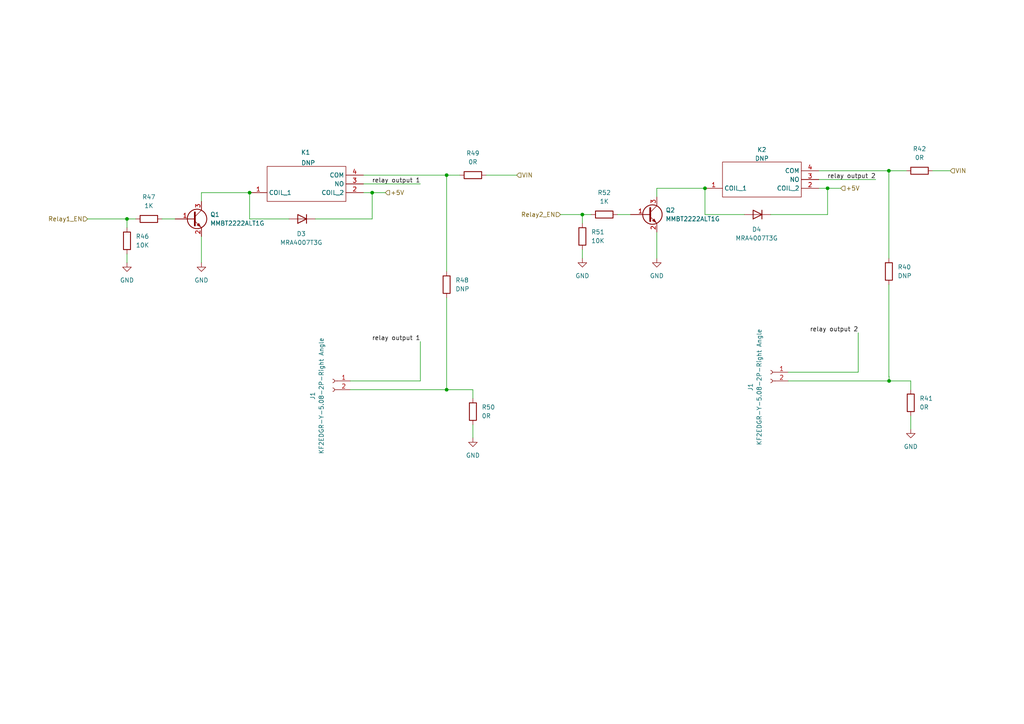
<source format=kicad_sch>
(kicad_sch (version 20230819) (generator eeschema)
  (paper "A4")
  (lib_symbols
    (symbol "Connector:Conn_01x02_Socket" (pin_names (offset 1.016) hide)
      (property "Reference" "J" (at 0 2.54 0))
      (property "Value" "Conn_01x02_Socket" (at 0 -5.08 0))
      (symbol "Conn_01x02_Socket_1_1"
        (arc (start 0 -2.032) (mid -0.5058 -2.54) (end 0 -3.048) (stroke (width 0.1524)))
        (polyline (pts (xy -1.27 -2.54) (xy -0.508 -2.54)) (stroke (width 0.1524)))
        (polyline (pts (xy -1.27 0) (xy -0.508 0)) (stroke (width 0.1524)))
        (arc (start 0 0.508) (mid -0.5058 0) (end 0 -0.508) (stroke (width 0.1524)))
        (pin passive line (at -5.08 0 0) (length 3.81) (name "Pin_1") (number "1"))
        (pin passive line (at -5.08 -2.54 0) (length 3.81) (name "Pin_2") (number "2"))
      )
    )
    (symbol "Device:R" (pin_numbers hide) (pin_names (offset 0))
      (property "Reference" "R" (at 2.032 0 90))
      (property "Value" "R" (at 0 0 90))
      (symbol "R_0_1"
        (rectangle (start -1.016 -2.54) (end 1.016 2.54) (stroke (width 0.254)))
      )
      (symbol "R_1_1"
        (pin passive line (at 0 3.81 270) (length 1.27) (name "~") (number "1"))
        (pin passive line (at 0 -3.81 90) (length 1.27) (name "~") (number "2"))
      )
    )
    (symbol "Diode:1N914WT" (pin_numbers hide) (pin_names hide)
      (property "Reference" "D" (at 0 2.54 0))
      (property "Value" "1N914WT" (at 0 -2.54 0))
      (symbol "1N914WT_0_1"
        (polyline (pts (xy -1.27 1.27) (xy -1.27 -1.27)) (stroke (width 0.254)))
        (polyline (pts (xy 1.27 0) (xy -1.27 0)))
        (polyline (pts (xy 1.27 1.27) (xy 1.27 -1.27) (xy -1.27 0) (xy 1.27 1.27)) (stroke (width 0.254)))
      )
      (symbol "1N914WT_1_1"
        (pin passive line (at -3.81 0 0) (length 2.54) (name "K") (number "1"))
        (pin passive line (at 3.81 0 180) (length 2.54) (name "A") (number "2"))
      )
    )
    (symbol "Symbol:Relay"
      (property "Reference" "K" (at 0 0 0))
      (symbol "Relay_0_0"
        (pin passive line (at 17.78 -5.08 180) (length 5.08) (name "COIL_1") (number "1"))
        (pin passive line (at -15.24 -5.08 0) (length 5.08) (name "COIL_2") (number "2"))
        (pin passive line (at -15.24 -7.62 0) (length 5.08) (name "NO") (number "3"))
        (pin passive line (at -15.24 -10.16 0) (length 5.08) (name "COM") (number "4"))
      )
      (symbol "Relay_0_1"
        (polyline (pts (xy -10.16 -2.54) (xy 12.7 -2.54) (xy 12.7 -12.7) (xy -10.16 -12.7) (xy -10.16 -2.54)) (stroke (width 0.1524)))
      )
    )
    (symbol "Transistor_BJT:2N3055" (pin_names (offset 0) hide)
      (property "Reference" "Q" (at 5.08 1.905 0))
      (property "Value" "2N3055" (at 5.08 0 0))
      (symbol "2N3055_0_1"
        (polyline (pts (xy 0.635 0.635) (xy 2.54 2.54)))
        (polyline (pts (xy 0.635 -0.635) (xy 2.54 -2.54) (xy 2.54 -2.54)))
        (polyline (pts (xy 0.635 1.905) (xy 0.635 -1.905) (xy 0.635 -1.905)) (stroke (width 0.508)))
        (polyline (pts (xy 1.27 -1.778) (xy 1.778 -1.27) (xy 2.286 -2.286) (xy 1.27 -1.778) (xy 1.27 -1.778)) (fill (type outline)))
        (circle (center 1.27 0) (radius 2.8194) (stroke (width 0.254)))
      )
      (symbol "2N3055_1_1"
        (pin input line (at -5.08 0 0) (length 5.715) (name "B") (number "1"))
        (pin passive line (at 2.54 -5.08 90) (length 2.54) (name "E") (number "2"))
        (pin passive line (at 2.54 5.08 270) (length 2.54) (name "C") (number "3"))
      )
    )
    (symbol "power:GND" (power) (pin_names (offset 0))
      (property "Value" "GND" (at 0 -3.81 0))
      (symbol "GND_0_1"
        (polyline (pts (xy 0 0) (xy 0 -1.27) (xy 1.27 -1.27) (xy 0 -2.54) (xy -1.27 -1.27) (xy 0 -1.27)))
      )
      (symbol "GND_1_1"
        (pin power_in line (at 0 0 270) (length 0) hide (name "GND") (number "1"))
      )
    )
  )
  (junction (at 129.54 113.03))
  (junction (at 129.54 50.8))
  (junction (at 107.95 55.88))
  (junction (at 240.03 54.61))
  (junction (at 168.91 62.23))
  (junction (at 257.8702 110.49))
  (junction (at 36.83 63.5))
  (junction (at 72.39 55.88))
  (junction (at 204.47 54.61))
  (junction (at 257.81 49.53))
  (wire (pts (xy 257.8702 109.22) (xy 257.81 109.22)))
  (wire (pts (xy 215.9 62.23) (xy 204.47 62.23)))
  (wire (pts (xy 36.83 73.66) (xy 36.83 76.2)))
  (wire (pts (xy 137.16 113.03) (xy 137.16 115.57)))
  (wire (pts (xy 129.54 113.03) (xy 137.16 113.03)))
  (wire (pts (xy 254 52.07) (xy 237.49 52.07)))
  (wire (pts (xy 58.42 55.88) (xy 72.39 55.88)))
  (wire (pts (xy 190.5 57.15) (xy 190.5 54.61)))
  (wire (pts (xy 264.16 110.49) (xy 264.16 113.03)))
  (wire (pts (xy 248.92 107.95) (xy 228.6 107.95)))
  (wire (pts (xy 190.5 54.61) (xy 204.47 54.61)))
  (wire (pts (xy 39.37 63.5) (xy 36.83 63.5)))
  (wire (pts (xy 83.82 63.5) (xy 72.39 63.5)))
  (wire (pts (xy 240.03 54.61) (xy 237.49 54.61)))
  (wire (pts (xy 36.83 63.5) (xy 36.83 66.04)))
  (wire (pts (xy 105.41 55.88) (xy 107.95 55.88)))
  (wire (pts (xy 240.03 54.61) (xy 240.03 62.23)))
  (wire (pts (xy 107.95 55.88) (xy 107.95 63.5)))
  (wire (pts (xy 257.81 49.53) (xy 257.81 74.93)))
  (wire (pts (xy 58.42 68.58) (xy 58.42 76.2)))
  (wire (pts (xy 105.41 53.34) (xy 121.92 53.34)))
  (wire (pts (xy 121.92 110.49) (xy 101.6 110.49)))
  (wire (pts (xy 162.56 62.23) (xy 168.91 62.23)))
  (wire (pts (xy 46.99 63.5) (xy 50.8 63.5)))
  (wire (pts (xy 257.8702 110.49) (xy 264.16 110.49)))
  (wire (pts (xy 129.54 86.36) (xy 129.54 113.03)))
  (wire (pts (xy 101.6 113.03) (xy 129.54 113.03)))
  (wire (pts (xy 105.41 50.8) (xy 129.54 50.8)))
  (wire (pts (xy 121.92 99.06) (xy 121.92 110.49)))
  (wire (pts (xy 248.92 96.52) (xy 248.92 107.95)))
  (wire (pts (xy 129.54 50.8) (xy 129.54 78.74)))
  (wire (pts (xy 228.6 110.49) (xy 257.8702 110.49)))
  (wire (pts (xy 140.97 50.8) (xy 149.86 50.8)))
  (wire (pts (xy 168.91 62.23) (xy 168.91 64.77)))
  (wire (pts (xy 129.54 50.8) (xy 133.35 50.8)))
  (wire (pts (xy 91.44 63.5) (xy 107.95 63.5)))
  (wire (pts (xy 25.4 63.5) (xy 36.83 63.5)))
  (wire (pts (xy 243.84 54.61) (xy 240.03 54.61)))
  (wire (pts (xy 204.47 62.23) (xy 204.47 54.61)))
  (wire (pts (xy 257.81 109.22) (xy 257.81 82.55)))
  (wire (pts (xy 58.42 58.42) (xy 58.42 55.88)))
  (wire (pts (xy 257.81 49.53) (xy 262.89 49.53)))
  (wire (pts (xy 171.45 62.23) (xy 168.91 62.23)))
  (wire (pts (xy 237.49 49.53) (xy 257.81 49.53)))
  (wire (pts (xy 168.91 72.39) (xy 168.91 74.93)))
  (wire (pts (xy 72.39 63.5) (xy 72.39 55.88)))
  (wire (pts (xy 223.52 62.23) (xy 240.03 62.23)))
  (wire (pts (xy 137.16 127) (xy 137.16 123.19)))
  (wire (pts (xy 257.8702 109.22) (xy 257.8702 110.49)))
  (wire (pts (xy 107.95 55.88) (xy 111.76 55.88)))
  (wire (pts (xy 179.07 62.23) (xy 182.88 62.23)))
  (wire (pts (xy 270.51 49.53) (xy 275.59 49.53)))
  (wire (pts (xy 264.16 124.46) (xy 264.16 120.65)))
  (wire (pts (xy 190.5 67.31) (xy 190.5 74.93)))
  (label "relay output 2" (at 254 52.07 180))
  (label "relay output 2" (at 248.92 96.52 180))
  (label "relay output 1" (at 121.92 99.06 180))
  (label "relay output 1" (at 121.92 53.34 180))
  (hierarchical_label "Relay2_EN" (shape input) (at 162.56 62.23 180))
  (hierarchical_label "+5V" (shape input) (at 111.76 55.88 0))
  (hierarchical_label "VIN" (shape input) (at 275.59 49.53 0))
  (hierarchical_label "VIN" (shape input) (at 149.86 50.8 0))
  (hierarchical_label "Relay1_EN" (shape input) (at 25.4 63.5 180))
  (hierarchical_label "+5V" (shape input) (at 243.84 54.61 0))
  (symbol (lib_id "Device:R") (at 257.81 78.74 0) (unit 1)
    (property "Reference" "R40" (at 260.35 77.4699 0) (effects (justify left)))
    (property "Value" "DNP" (at 260.35 80.0099 0) (effects (justify left)))
    (property "Footprint" "Resistor_SMD:R_0805_2012Metric" (effects hide))
    (property "Description" "Resistor" (effects hide))
  )
  (symbol (lib_id "Connector:Conn_01x02_Socket") (at 96.52 110.49 0) (mirror y) (unit 1)
    (property "Reference" "J1" (at 90.678 114.808 90))
    (property "Value" "KF2EDGR-Y-5.08-2P-Right Angle" (at 93.218 114.808 90))
    (property "Footprint" "Library:KF2EDGR-Y-5.08-2P-Right Angle" (effects hide))
    (property "Description" "Generic connector, single row, 01x02, script generated" (effects hide))
    (property "MPN" "KF2EDGR-Y-5.08-2P-Right Angle" (effects hide))
    (instances (project "LM1117" (path "" (reference "J1") (unit 1)) (path "" (reference "J?") (unit 1))) (project "IO_Board" (path "" (reference "J8") (unit 1)) (path "" (reference "J14") (unit 1))))
  )
  (symbol (lib_id "Device:R") (at 264.16 116.84 180) (unit 1)
    (property "Reference" "R41" (at 266.7 115.5699 0) (effects (justify right)))
    (property "Value" "0R" (at 266.7 118.1099 0) (effects (justify right)))
    (property "Footprint" "Resistor_SMD:R_0805_2012Metric" (effects hide))
    (property "Description" "Resistor" (effects hide))
  )
  (symbol (lib_id "Diode:1N914WT") (at 219.71 62.23 180) (unit 1)
    (property "Reference" "D4" (at 219.456 66.548 0))
    (property "Value" "MRA4007T3G" (at 219.456 69.088 0))
    (property "Footprint" "Library:MRA4007T3G" (effects hide))
    (property "Datasheet" "http://www.mouser.com/ds/2/149/1N4148WT-461550.pdf" (effects hide))
    (property "Description" "75V 0.15A Fast switching Diode, SOD-523" (effects hide))
    (property "Sim.Device" "D" (effects hide))
    (property "Sim.Pins" "1=K 2=A" (effects hide))
    (property "MPN" "MRA4007T3G" (effects hide))
  )
  (symbol (lib_id "Connector:Conn_01x02_Socket") (at 223.52 107.95 0) (mirror y) (unit 1)
    (property "Reference" "J1" (at 217.678 112.268 90))
    (property "Value" "KF2EDGR-Y-5.08-2P-Right Angle" (at 220.218 112.268 90))
    (property "Footprint" "Library:KF2EDGR-Y-5.08-2P-Right Angle" (effects hide))
    (property "Description" "Generic connector, single row, 01x02, script generated" (effects hide))
    (property "MPN" "KF2EDGR-Y-5.08-2P-Right Angle" (effects hide))
    (instances (project "LM1117" (path "" (reference "J1") (unit 1)) (path "" (reference "J?") (unit 1))) (project "IO_Board" (path "" (reference "J8") (unit 1)) (path "" (reference "J15") (unit 1))))
  )
  (symbol (lib_id "power:GND") (at 58.42 76.2 0) (unit 1)
    (property "Reference" "#PWR043" (effects hide))
    (property "Value" "GND" (at 58.42 81.28 0))
    (property "Description" "Power symbol creates a global label with name \"GND\" , ground" (effects hide))
  )
  (symbol (lib_id "Device:R") (at 43.18 63.5 270) (unit 1)
    (property "Reference" "R47" (at 43.18 57.15 90))
    (property "Value" "1K" (at 43.18 59.69 90))
    (property "Footprint" "Resistor_SMD:R_0805_2012Metric" (effects hide))
    (property "Description" "Resistor" (effects hide))
  )
  (symbol (lib_id "Device:R") (at 137.16 50.8 270) (unit 1)
    (property "Reference" "R49" (at 137.16 44.45 90))
    (property "Value" "0R" (at 137.16 46.99 90))
    (property "Footprint" "Resistor_SMD:R_0805_2012Metric" (effects hide))
    (property "Description" "Resistor" (effects hide))
  )
  (symbol (lib_id "Device:R") (at 175.26 62.23 270) (unit 1)
    (property "Reference" "R52" (at 175.26 55.88 90))
    (property "Value" "1K" (at 175.26 58.42 90))
    (property "Footprint" "Resistor_SMD:R_0805_2012Metric" (effects hide))
    (property "Description" "Resistor" (effects hide))
  )
  (symbol (lib_id "Device:R") (at 266.7 49.53 90) (unit 1)
    (property "Reference" "R42" (at 266.7 43.18 90))
    (property "Value" "0R" (at 266.7 45.72 90))
    (property "Footprint" "Resistor_SMD:R_0805_2012Metric" (effects hide))
    (property "Description" "Resistor" (effects hide))
  )
  (symbol (lib_id "power:GND") (at 36.83 76.2 0) (unit 1)
    (property "Reference" "#PWR044" (effects hide))
    (property "Value" "GND" (at 36.83 81.28 0))
    (property "Description" "Power symbol creates a global label with name \"GND\" , ground" (effects hide))
  )
  (symbol (lib_id "Symbol:Relay") (at 90.17 60.96 180) (unit 1)
    (property "Reference" "K1" (at 88.646 44.196 0))
    (property "Value" "DNP" (at 89.408 47.244 0))
    (property "Footprint" "Library:HF46F_5-HS1" (effects hide))
    (property "MPN" "HF46F_5-HS1" (effects hide))
  )
  (symbol (lib_id "power:GND") (at 137.16 127 0) (unit 1)
    (property "Reference" "#PWR08" (effects hide))
    (property "Value" "GND" (at 137.16 132.08 0))
    (property "Description" "Power symbol creates a global label with name \"GND\" , ground" (effects hide))
    (instances (project "LM1117" (path "" (reference "#PWR08") (unit 1)) (path "" (reference "#PWR032") (unit 1))) (project "IO_Board" (path "" (reference "#PWR012") (unit 1)) (path "" (reference "#PWR012") (unit 1))))
  )
  (symbol (lib_id "Symbol:Relay") (at 222.25 59.69 180) (unit 1)
    (property "Reference" "K2" (at 220.98 43.434 0))
    (property "Value" "DNP" (at 220.98 45.974 0))
    (property "Footprint" "Library:HF46F_5-HS1" (effects hide))
    (property "MPN" "HF46F_5-HS1" (effects hide))
  )
  (symbol (lib_id "Device:R") (at 129.54 82.55 180) (unit 1)
    (property "Reference" "R48" (at 132.08 81.2799 0) (effects (justify right)))
    (property "Value" "DNP" (at 132.08 83.8199 0) (effects (justify right)))
    (property "Footprint" "Resistor_SMD:R_0805_2012Metric" (effects hide))
    (property "Description" "Resistor" (effects hide))
  )
  (symbol (lib_id "Transistor_BJT:2N3055") (at 55.88 63.5 0) (unit 1)
    (property "Reference" "Q1" (at 60.96 62.2299 0) (effects (justify left)))
    (property "Value" "MMBT2222ALT1G" (at 60.96 64.7699 0) (effects (justify left)))
    (property "Footprint" "Library:MMBT2222ALT1G" (effects hide))
    (property "Datasheet" "http://www.onsemi.com/pub_link/Collateral/2N3055-D.PDF" (effects hide))
    (property "Description" "15A Ic, 60V Vce, Power NPN Transistor, TO-3" (effects hide))
    (property "MPN" "MMBT2222ALT1G" (effects hide))
  )
  (symbol (lib_id "Transistor_BJT:2N3055") (at 187.96 62.23 0) (unit 1)
    (property "Reference" "Q2" (at 193.04 60.9599 0) (effects (justify left)))
    (property "Value" "MMBT2222ALT1G" (at 193.04 63.4999 0) (effects (justify left)))
    (property "Footprint" "Library:MMBT2222ALT1G" (effects hide))
    (property "Datasheet" "http://www.onsemi.com/pub_link/Collateral/2N3055-D.PDF" (effects hide))
    (property "Description" "15A Ic, 60V Vce, Power NPN Transistor, TO-3" (effects hide))
    (property "MPN" "MMBT2222ALT1G" (effects hide))
  )
  (symbol (lib_id "power:GND") (at 190.5 74.93 0) (unit 1)
    (property "Reference" "#PWR050" (effects hide))
    (property "Value" "GND" (at 190.5 80.01 0))
    (property "Description" "Power symbol creates a global label with name \"GND\" , ground" (effects hide))
  )
  (symbol (lib_id "Device:R") (at 168.91 68.58 0) (unit 1)
    (property "Reference" "R51" (at 171.45 67.3099 0) (effects (justify left)))
    (property "Value" "10K" (at 171.45 69.8499 0) (effects (justify left)))
    (property "Footprint" "Resistor_SMD:R_0805_2012Metric" (effects hide))
    (property "Description" "Resistor" (effects hide))
  )
  (symbol (lib_id "power:GND") (at 168.91 74.93 0) (unit 1)
    (property "Reference" "#PWR011" (effects hide))
    (property "Value" "GND" (at 168.91 80.01 0))
    (property "Description" "Power symbol creates a global label with name \"GND\" , ground" (effects hide))
  )
  (symbol (lib_id "power:GND") (at 264.16 124.46 0) (unit 1)
    (property "Reference" "#PWR08" (effects hide))
    (property "Value" "GND" (at 264.16 129.54 0))
    (property "Description" "Power symbol creates a global label with name \"GND\" , ground" (effects hide))
    (instances (project "LM1117" (path "" (reference "#PWR08") (unit 1)) (path "" (reference "#PWR032") (unit 1))) (project "IO_Board" (path "" (reference "#PWR012") (unit 1)) (path "" (reference "#PWR053") (unit 1))))
  )
  (symbol (lib_id "Device:R") (at 137.16 119.38 180) (unit 1)
    (property "Reference" "R50" (at 139.7 118.1099 0) (effects (justify right)))
    (property "Value" "0R" (at 139.7 120.6499 0) (effects (justify right)))
    (property "Footprint" "Resistor_SMD:R_0805_2012Metric" (effects hide))
    (property "Description" "Resistor" (effects hide))
  )
  (symbol (lib_id "Diode:1N914WT") (at 87.63 63.5 180) (unit 1)
    (property "Reference" "D3" (at 87.376 67.818 0))
    (property "Value" "MRA4007T3G" (at 87.376 70.358 0))
    (property "Footprint" "Library:MRA4007T3G" (effects hide))
    (property "Datasheet" "http://www.mouser.com/ds/2/149/1N4148WT-461550.pdf" (effects hide))
    (property "Description" "75V 0.15A Fast switching Diode, SOD-523" (effects hide))
    (property "Sim.Device" "D" (effects hide))
    (property "Sim.Pins" "1=K 2=A" (effects hide))
    (property "MPN" "MRA4007T3G" (effects hide))
  )
  (symbol (lib_id "Device:R") (at 36.83 69.85 0) (unit 1)
    (property "Reference" "R46" (at 39.37 68.5799 0) (effects (justify left)))
    (property "Value" "10K" (at 39.37 71.1199 0) (effects (justify left)))
    (property "Footprint" "Resistor_SMD:R_0805_2012Metric" (effects hide))
    (property "Description" "Resistor" (effects hide))
  )
)
</source>
